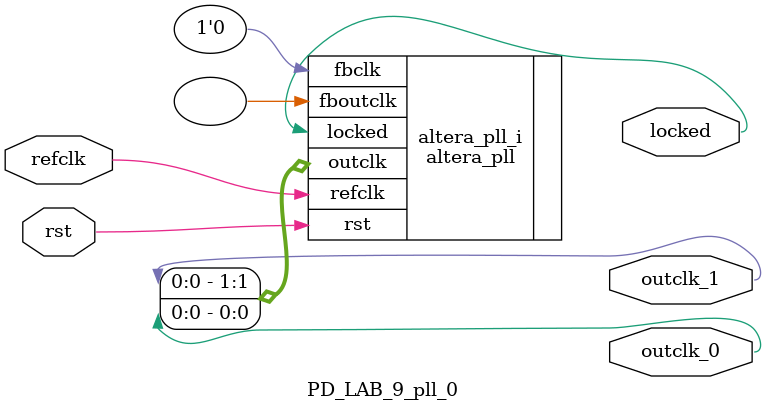
<source format=v>
`timescale 1ns/10ps
module  PD_LAB_9_pll_0(

	// interface 'refclk'
	input wire refclk,

	// interface 'reset'
	input wire rst,

	// interface 'outclk0'
	output wire outclk_0,

	// interface 'outclk1'
	output wire outclk_1,

	// interface 'locked'
	output wire locked
);

	altera_pll #(
		.fractional_vco_multiplier("false"),
		.reference_clock_frequency("50.0 MHz"),
		.operation_mode("direct"),
		.number_of_clocks(2),
		.output_clock_frequency0("143.000000 MHz"),
		.phase_shift0("-2972 ps"),
		.duty_cycle0(50),
		.output_clock_frequency1("143.000000 MHz"),
		.phase_shift1("0 ps"),
		.duty_cycle1(50),
		.output_clock_frequency2("0 MHz"),
		.phase_shift2("0 ps"),
		.duty_cycle2(50),
		.output_clock_frequency3("0 MHz"),
		.phase_shift3("0 ps"),
		.duty_cycle3(50),
		.output_clock_frequency4("0 MHz"),
		.phase_shift4("0 ps"),
		.duty_cycle4(50),
		.output_clock_frequency5("0 MHz"),
		.phase_shift5("0 ps"),
		.duty_cycle5(50),
		.output_clock_frequency6("0 MHz"),
		.phase_shift6("0 ps"),
		.duty_cycle6(50),
		.output_clock_frequency7("0 MHz"),
		.phase_shift7("0 ps"),
		.duty_cycle7(50),
		.output_clock_frequency8("0 MHz"),
		.phase_shift8("0 ps"),
		.duty_cycle8(50),
		.output_clock_frequency9("0 MHz"),
		.phase_shift9("0 ps"),
		.duty_cycle9(50),
		.output_clock_frequency10("0 MHz"),
		.phase_shift10("0 ps"),
		.duty_cycle10(50),
		.output_clock_frequency11("0 MHz"),
		.phase_shift11("0 ps"),
		.duty_cycle11(50),
		.output_clock_frequency12("0 MHz"),
		.phase_shift12("0 ps"),
		.duty_cycle12(50),
		.output_clock_frequency13("0 MHz"),
		.phase_shift13("0 ps"),
		.duty_cycle13(50),
		.output_clock_frequency14("0 MHz"),
		.phase_shift14("0 ps"),
		.duty_cycle14(50),
		.output_clock_frequency15("0 MHz"),
		.phase_shift15("0 ps"),
		.duty_cycle15(50),
		.output_clock_frequency16("0 MHz"),
		.phase_shift16("0 ps"),
		.duty_cycle16(50),
		.output_clock_frequency17("0 MHz"),
		.phase_shift17("0 ps"),
		.duty_cycle17(50),
		.pll_type("General"),
		.pll_subtype("General")
	) altera_pll_i (
		.rst	(rst),
		.outclk	({outclk_1, outclk_0}),
		.locked	(locked),
		.fboutclk	( ),
		.fbclk	(1'b0),
		.refclk	(refclk)
	);
endmodule


</source>
